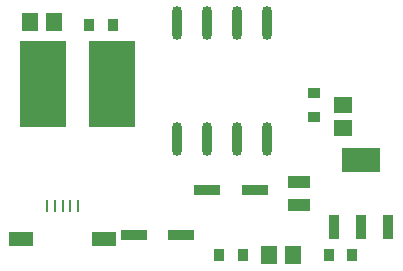
<source format=gtp>
G04 Layer_Color=8421504*
%FSLAX25Y25*%
%MOIN*%
G70*
G01*
G75*
%ADD13R,0.00886X0.03937*%
%ADD14R,0.07874X0.05118*%
%ADD15R,0.05315X0.06102*%
%ADD16R,0.15354X0.29134*%
%ADD17R,0.03740X0.03937*%
%ADD18O,0.03543X0.11220*%
%ADD19R,0.03937X0.03740*%
%ADD20R,0.06102X0.05315*%
%ADD21R,0.03543X0.08268*%
%ADD22R,0.12598X0.08268*%
%ADD23R,0.07283X0.04331*%
%ADD24R,0.08661X0.03347*%
D13*
X23819Y22441D02*
D03*
X21260D02*
D03*
X18701D02*
D03*
X16142D02*
D03*
X13583D02*
D03*
D14*
X4921Y11220D02*
D03*
X32480D02*
D03*
D15*
X7874Y83661D02*
D03*
X15748D02*
D03*
X95472Y5906D02*
D03*
X87598D02*
D03*
D16*
X35236Y62992D02*
D03*
X12008D02*
D03*
D17*
X35433Y82677D02*
D03*
X27559D02*
D03*
X107283Y5906D02*
D03*
X115157D02*
D03*
X78740D02*
D03*
X70866D02*
D03*
D18*
X86850Y83268D02*
D03*
X76850D02*
D03*
X66850D02*
D03*
X56850D02*
D03*
X86850Y44685D02*
D03*
X76850D02*
D03*
X66850D02*
D03*
X56850D02*
D03*
D19*
X102362Y60039D02*
D03*
Y52165D02*
D03*
D20*
X112205Y48228D02*
D03*
Y56102D02*
D03*
D21*
X109055Y15354D02*
D03*
X118110D02*
D03*
X127165D02*
D03*
D22*
X118110Y37795D02*
D03*
D23*
X97441Y30512D02*
D03*
Y22638D02*
D03*
D24*
X82677Y27559D02*
D03*
X66929D02*
D03*
X58071Y12795D02*
D03*
X42323D02*
D03*
M02*

</source>
